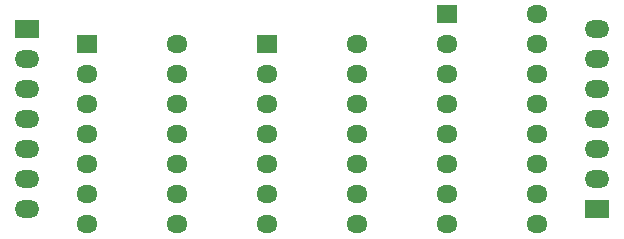
<source format=gbr>
%TF.GenerationSoftware,KiCad,Pcbnew,(5.1.8)-1*%
%TF.CreationDate,2024-01-14T12:38:51+03:00*%
%TF.ProjectId,Toggle,546f6767-6c65-42e6-9b69-6361645f7063,rev?*%
%TF.SameCoordinates,Original*%
%TF.FileFunction,Soldermask,Top*%
%TF.FilePolarity,Negative*%
%FSLAX46Y46*%
G04 Gerber Fmt 4.6, Leading zero omitted, Abs format (unit mm)*
G04 Created by KiCad (PCBNEW (5.1.8)-1) date 2024-01-14 12:38:51*
%MOMM*%
%LPD*%
G01*
G04 APERTURE LIST*
%ADD10R,2.100000X1.500000*%
%ADD11O,2.100000X1.500000*%
%ADD12R,1.800000X1.500000*%
%ADD13O,1.800000X1.500000*%
G04 APERTURE END LIST*
D10*
%TO.C,J1*%
X12700000Y-13335000D03*
D11*
X12700000Y-15875000D03*
X12700000Y-18415000D03*
X12700000Y-20955000D03*
X12700000Y-23495000D03*
X12700000Y-26035000D03*
X12700000Y-28575000D03*
%TD*%
%TO.C,J2*%
X60960000Y-13335000D03*
X60960000Y-15875000D03*
X60960000Y-18415000D03*
X60960000Y-20955000D03*
X60960000Y-23495000D03*
X60960000Y-26035000D03*
D10*
X60960000Y-28575000D03*
%TD*%
D12*
%TO.C,U1*%
X33020000Y-14605000D03*
D13*
X40640000Y-29845000D03*
X33020000Y-17145000D03*
X40640000Y-27305000D03*
X33020000Y-19685000D03*
X40640000Y-24765000D03*
X33020000Y-22225000D03*
X40640000Y-22225000D03*
X33020000Y-24765000D03*
X40640000Y-19685000D03*
X33020000Y-27305000D03*
X40640000Y-17145000D03*
X33020000Y-29845000D03*
X40640000Y-14605000D03*
%TD*%
%TO.C,U2*%
X25400000Y-14605000D03*
X17780000Y-29845000D03*
X25400000Y-17145000D03*
X17780000Y-27305000D03*
X25400000Y-19685000D03*
X17780000Y-24765000D03*
X25400000Y-22225000D03*
X17780000Y-22225000D03*
X25400000Y-24765000D03*
X17780000Y-19685000D03*
X25400000Y-27305000D03*
X17780000Y-17145000D03*
X25400000Y-29845000D03*
D12*
X17780000Y-14605000D03*
%TD*%
%TO.C,U3*%
X48260000Y-12065000D03*
D13*
X55880000Y-29845000D03*
X48260000Y-14605000D03*
X55880000Y-27305000D03*
X48260000Y-17145000D03*
X55880000Y-24765000D03*
X48260000Y-19685000D03*
X55880000Y-22225000D03*
X48260000Y-22225000D03*
X55880000Y-19685000D03*
X48260000Y-24765000D03*
X55880000Y-17145000D03*
X48260000Y-27305000D03*
X55880000Y-14605000D03*
X48260000Y-29845000D03*
X55880000Y-12065000D03*
%TD*%
M02*

</source>
